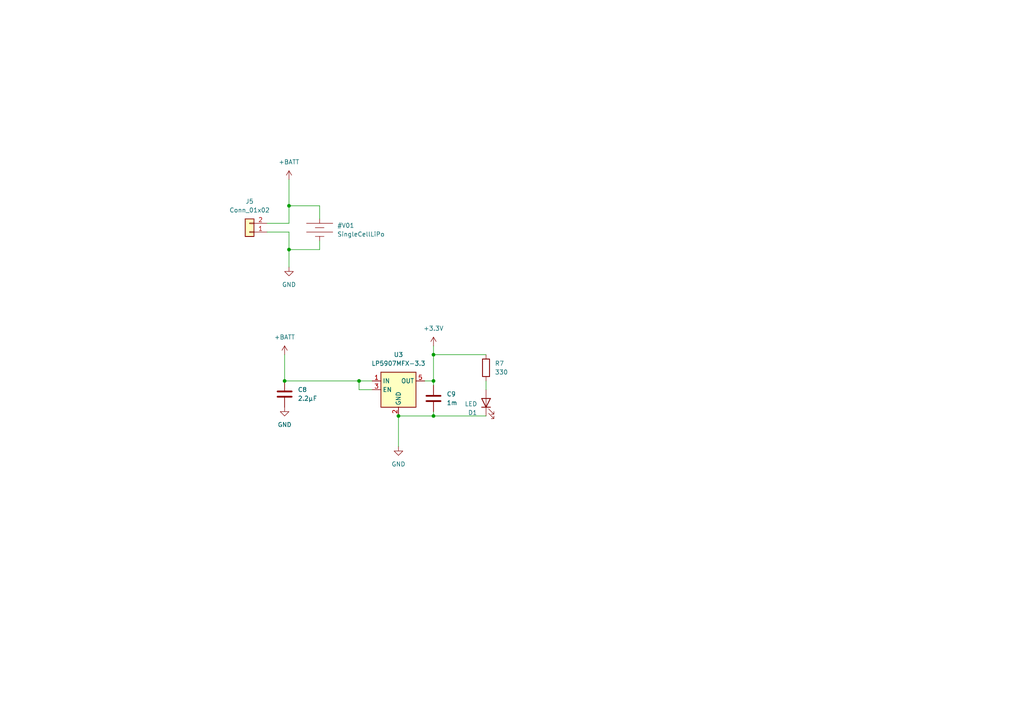
<source format=kicad_sch>
(kicad_sch (version 20230121) (generator eeschema)
  (paper "A4")
  (lib_symbols
    (symbol "Connector_Generic:Conn_01x02" (pin_names (offset 1.016) hide)
      (property "Reference" "J" (at 0 2.54 0))
      (property "Value" "Conn_01x02" (at 0 -5.08 0))
      (symbol "Conn_01x02_1_1"
        (rectangle (start -1.27 -2.413) (end 0 -2.667) (stroke (width 0.1524)))
        (rectangle (start -1.27 0.127) (end 0 -0.127) (stroke (width 0.1524)))
        (rectangle (start -1.27 1.27) (end 1.27 -3.81) (stroke (width 0.254)) (fill (type background)))
        (pin passive line (at -5.08 0 0) (length 3.81) (name "Pin_1") (number "1"))
        (pin passive line (at -5.08 -2.54 0) (length 3.81) (name "Pin_2") (number "2"))
      )
    )
    (symbol "Device:C" (pin_numbers hide) (pin_names (offset 0.254))
      (property "Reference" "C" (at 0.635 2.54 0))
      (property "Value" "C" (at 0.635 -2.54 0))
      (symbol "C_0_1"
        (polyline (pts (xy -2.032 -0.762) (xy 2.032 -0.762)) (stroke (width 0.508)))
        (polyline (pts (xy -2.032 0.762) (xy 2.032 0.762)) (stroke (width 0.508)))
      )
      (symbol "C_1_1"
        (pin passive line (at 0 3.81 270) (length 2.794) (name "~") (number "1"))
        (pin passive line (at 0 -3.81 90) (length 2.794) (name "~") (number "2"))
      )
    )
    (symbol "Device:LED" (pin_numbers hide) (pin_names (offset 1.016) hide)
      (property "Reference" "D" (at 0 2.54 0))
      (property "Value" "LED" (at 0 -2.54 0))
      (symbol "LED_0_1"
        (polyline (pts (xy -1.27 -1.27) (xy -1.27 1.27)) (stroke (width 0.254)))
        (polyline (pts (xy -1.27 0) (xy 1.27 0)))
        (polyline (pts (xy 1.27 -1.27) (xy 1.27 1.27) (xy -1.27 0) (xy 1.27 -1.27)) (stroke (width 0.254)))
        (polyline (pts (xy -3.048 -0.762) (xy -4.572 -2.286) (xy -3.81 -2.286) (xy -4.572 -2.286) (xy -4.572 -1.524)))
        (polyline (pts (xy -1.778 -0.762) (xy -3.302 -2.286) (xy -2.54 -2.286) (xy -3.302 -2.286) (xy -3.302 -1.524)))
      )
      (symbol "LED_1_1"
        (pin passive line (at -3.81 0 0) (length 2.54) (name "K") (number "1"))
        (pin passive line (at 3.81 0 180) (length 2.54) (name "A") (number "2"))
      )
    )
    (symbol "Device:R" (pin_numbers hide) (pin_names (offset 0))
      (property "Reference" "R" (at 2.032 0 90))
      (property "Value" "R" (at 0 0 90))
      (symbol "R_0_1"
        (rectangle (start -1.016 -2.54) (end 1.016 2.54) (stroke (width 0.254)))
      )
      (symbol "R_1_1"
        (pin passive line (at 0 3.81 270) (length 1.27) (name "~") (number "1"))
        (pin passive line (at 0 -3.81 90) (length 1.27) (name "~") (number "2"))
      )
    )
    (symbol "Regulator_Linear:LP5907MFX-3.3"
      (property "Reference" "U" (at -3.81 6.35 0))
      (property "Value" "LP5907MFX-3.3" (at 6.35 6.35 0))
      (symbol "LP5907MFX-3.3_0_1"
        (rectangle (start -5.08 -5.08) (end 5.08 5.08) (stroke (width 0.254)) (fill (type background)))
        (pin power_in line (at -7.62 2.54 0) (length 2.54) (name "IN") (number "1"))
        (pin power_in line (at 0 -7.62 90) (length 2.54) (name "GND") (number "2"))
        (pin input line (at -7.62 0 0) (length 2.54) (name "EN") (number "3"))
        (pin no_connect line (at 5.08 0 180) (length 2.54) hide (name "NC") (number "4"))
        (pin power_out line (at 7.62 2.54 180) (length 2.54) (name "OUT") (number "5"))
      )
    )
    (symbol "minimouse:SingleCellLiPo" (power) (pin_numbers hide) (pin_names hide) (in_bom no) (on_board no)
      (property "Reference" "V" (at 1.8796 0.3048 0))
      (property "Value" "SingleCellLiPo" (at -11.43 1.27 0))
      (symbol "SingleCellLiPo_0_1"
        (polyline (pts (xy -3.81 0) (xy 3.81 0)))
        (polyline (pts (xy -3.81 2.54) (xy 3.81 2.54)))
        (polyline (pts (xy -1.27 -1.27) (xy 1.27 -1.27)))
        (polyline (pts (xy -1.27 1.27) (xy 1.27 1.27)))
      )
      (symbol "SingleCellLiPo_1_1"
        (pin power_out line (at 0 -2.54 90) (length 1.27) (name "+") (number ""))
        (pin power_out line (at 0 3.81 270) (length 1.27) (name "+") (number ""))
      )
    )
    (symbol "power:+3.3V" (power) (pin_names (offset 0))
      (property "Value" "+3.3V" (at 0 3.556 0))
      (symbol "+3.3V_0_1"
        (polyline (pts (xy -0.762 1.27) (xy 0 2.54)))
        (polyline (pts (xy 0 0) (xy 0 2.54)))
        (polyline (pts (xy 0 2.54) (xy 0.762 1.27)))
      )
      (symbol "+3.3V_1_1"
        (pin power_in line (at 0 0 90) (length 0) hide (name "+3.3V") (number "1"))
      )
    )
    (symbol "power:+BATT" (power) (pin_names (offset 0))
      (property "Value" "+BATT" (at 0 3.556 0))
      (symbol "+BATT_0_1"
        (polyline (pts (xy -0.762 1.27) (xy 0 2.54)))
        (polyline (pts (xy 0 0) (xy 0 2.54)))
        (polyline (pts (xy 0 2.54) (xy 0.762 1.27)))
      )
      (symbol "+BATT_1_1"
        (pin power_in line (at 0 0 90) (length 0) hide (name "+BATT") (number "1"))
      )
    )
    (symbol "power:GND" (power) (pin_names (offset 0))
      (property "Value" "GND" (at 0 -3.81 0))
      (symbol "GND_0_1"
        (polyline (pts (xy 0 0) (xy 0 -1.27) (xy 1.27 -1.27) (xy 0 -2.54) (xy -1.27 -1.27) (xy 0 -1.27)))
      )
      (symbol "GND_1_1"
        (pin power_in line (at 0 0 270) (length 0) hide (name "GND") (number "1"))
      )
    )
  )
  (junction (at 83.82 59.69))
  (junction (at 115.57 120.65))
  (junction (at 125.73 110.49))
  (junction (at 125.73 120.65))
  (junction (at 83.82 72.39))
  (junction (at 125.73 102.87))
  (junction (at 104.14 110.49))
  (junction (at 82.55 110.49))
  (wire (pts (xy 82.55 102.87) (xy 82.55 110.49)))
  (wire (pts (xy 83.82 67.31) (xy 83.82 72.39)))
  (wire (pts (xy 125.73 120.65) (xy 115.57 120.65)))
  (wire (pts (xy 115.57 120.65) (xy 115.57 129.54)))
  (wire (pts (xy 125.73 100.33) (xy 125.73 102.87)))
  (wire (pts (xy 82.55 110.49) (xy 104.14 110.49)))
  (wire (pts (xy 92.71 59.69) (xy 83.82 59.69)))
  (wire (pts (xy 83.82 52.07) (xy 83.82 59.69)))
  (wire (pts (xy 92.71 63.5) (xy 92.71 59.69)))
  (wire (pts (xy 140.97 102.87) (xy 125.73 102.87)))
  (wire (pts (xy 125.73 119.38) (xy 125.73 120.65)))
  (wire (pts (xy 104.14 110.49) (xy 107.95 110.49)))
  (wire (pts (xy 125.73 111.76) (xy 125.73 110.49)))
  (wire (pts (xy 92.71 69.85) (xy 92.71 72.39)))
  (wire (pts (xy 77.47 64.77) (xy 83.82 64.77)))
  (wire (pts (xy 107.95 113.03) (xy 104.14 113.03)))
  (wire (pts (xy 104.14 113.03) (xy 104.14 110.49)))
  (wire (pts (xy 83.82 72.39) (xy 83.82 77.47)))
  (wire (pts (xy 92.71 72.39) (xy 83.82 72.39)))
  (wire (pts (xy 83.82 59.69) (xy 83.82 64.77)))
  (wire (pts (xy 125.73 102.87) (xy 125.73 110.49)))
  (wire (pts (xy 140.97 110.49) (xy 140.97 113.03)))
  (wire (pts (xy 125.73 110.49) (xy 123.19 110.49)))
  (wire (pts (xy 77.47 67.31) (xy 83.82 67.31)))
  (wire (pts (xy 140.97 120.65) (xy 125.73 120.65)))
  (symbol (lib_id "power:+BATT") (at 83.82 52.07 0) (unit 1)
    (property "Reference" "#PWR036" (effects hide))
    (property "Value" "+BATT" (at 83.82 46.99 0))
  )
  (symbol (lib_id "minimouse:SingleCellLiPo") (at 92.71 67.31 0) (unit 1) (in_bom no) (on_board no)
    (property "Reference" "#V01" (at 97.79 65.405 0) (effects (justify left)))
    (property "Value" "SingleCellLiPo" (at 97.79 67.945 0) (effects (justify left)))
  )
  (symbol (lib_id "power:GND") (at 115.57 129.54 0) (unit 1)
    (property "Reference" "#PWR027" (effects hide))
    (property "Value" "GND" (at 115.57 134.62 0))
  )
  (symbol (lib_id "power:+BATT") (at 82.55 102.87 0) (unit 1)
    (property "Reference" "#PWR035" (effects hide))
    (property "Value" "+BATT" (at 82.55 97.79 0))
  )
  (symbol (lib_id "power:+3.3V") (at 125.73 100.33 0) (unit 1)
    (property "Reference" "#PWR029" (effects hide))
    (property "Value" "+3.3V" (at 125.73 95.25 0))
  )
  (symbol (lib_id "Device:R") (at 140.97 106.68 0) (unit 1)
    (property "Reference" "R7" (at 143.51 105.41 0) (effects (justify left)))
    (property "Value" "330" (at 143.51 107.95 0) (effects (justify left)))
    (property "Footprint" "Resistor_SMD:R_0603_1608Metric" (effects hide))
  )
  (symbol (lib_id "Device:C") (at 82.55 114.3 0) (unit 1)
    (property "Reference" "C8" (at 86.36 113.03 0) (effects (justify left)))
    (property "Value" "2.2µF" (at 86.36 115.57 0) (effects (justify left)))
    (property "Footprint" "Capacitor_SMD:C_0603_1608Metric" (effects hide))
  )
  (symbol (lib_id "Device:LED") (at 140.97 116.84 90) (unit 1)
    (property "Reference" "D1" (at 138.43 119.6975 90) (effects (justify left)))
    (property "Value" "LED" (at 138.43 117.1575 90) (effects (justify left)))
    (property "Footprint" "LED_SMD:LED_0603_1608Metric" (effects hide))
  )
  (symbol (lib_id "power:GND") (at 82.55 118.11 0) (unit 1)
    (property "Reference" "#PWR028" (effects hide))
    (property "Value" "GND" (at 82.55 123.19 0))
  )
  (symbol (lib_id "Regulator_Linear:LP5907MFX-3.3") (at 115.57 113.03 0) (unit 1)
    (property "Reference" "U3" (at 115.57 102.87 0))
    (property "Value" "LP5907MFX-3.3" (at 115.57 105.41 0))
    (property "Footprint" "Package_TO_SOT_SMD:SOT-23-5" (effects hide))
    (property "Datasheet" "http://www.ti.com/lit/ds/symlink/lp5907.pdf" (effects hide))
  )
  (symbol (lib_id "Device:C") (at 125.73 115.57 0) (unit 1)
    (property "Reference" "C9" (at 129.54 114.3 0) (effects (justify left)))
    (property "Value" "1m" (at 129.54 116.84 0) (effects (justify left)))
    (property "Footprint" "Capacitor_SMD:C_0603_1608Metric" (effects hide))
  )
  (symbol (lib_id "Connector_Generic:Conn_01x02") (at 72.39 67.31 180) (unit 1)
    (property "Reference" "J5" (at 72.39 58.42 0))
    (property "Value" "Conn_01x02" (at 72.39 60.96 0))
    (property "Footprint" "Connector_PinHeader_2.54mm:PinHeader_1x02_P2.54mm_Vertical" (effects hide))
  )
  (symbol (lib_id "power:GND") (at 83.82 77.47 0) (unit 1)
    (property "Reference" "#PWR037" (effects hide))
    (property "Value" "GND" (at 83.82 82.55 0))
  )
)
</source>
